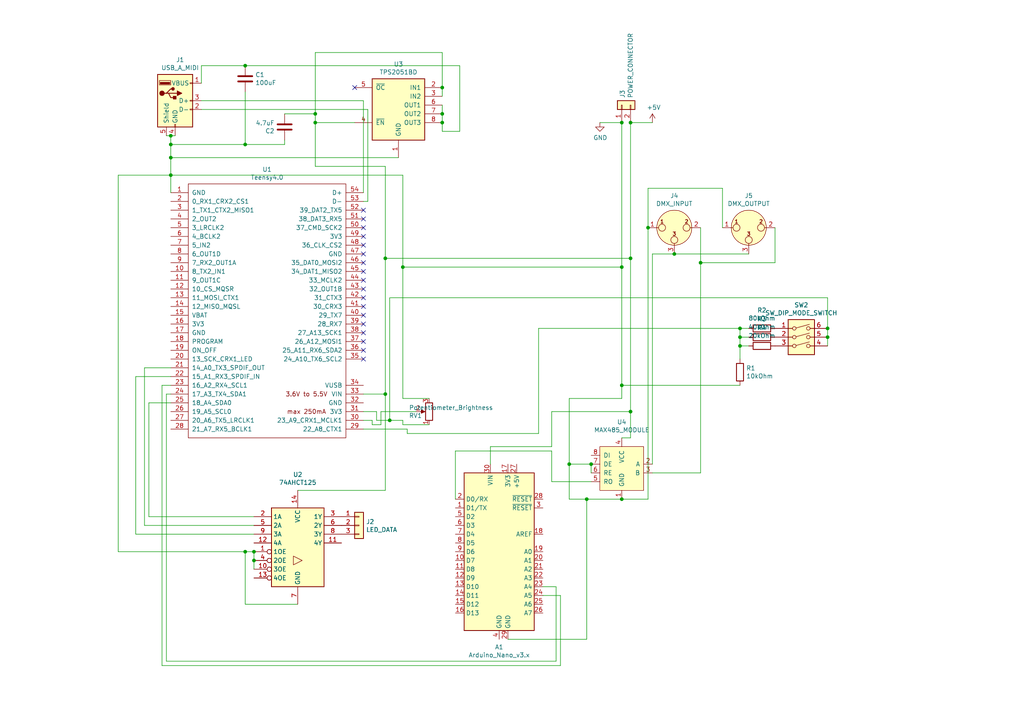
<source format=kicad_sch>
(kicad_sch (version 20230121) (generator eeschema)
  (paper "A4")
  (lib_symbols
    (symbol "Connector:USB_A" (pin_names (offset 1.016))
      (property "Reference" "J" (at -5.08 11.43 0))
      (property "Value" "USB_A" (at -5.08 8.89 0))
      (symbol "USB_A_0_1"
        (rectangle (start -5.08 -7.62) (end 5.08 7.62) (stroke (width 0.254)) (fill (type background)))
        (circle (center -3.81 2.159) (radius 0.635) (stroke (width 0.254)) (fill (type outline)))
        (rectangle (start -1.524 4.826) (end -4.318 5.334) (fill (type outline)))
        (rectangle (start -1.27 4.572) (end -4.572 5.842))
        (circle (center -0.635 3.429) (radius 0.381) (stroke (width 0.254)) (fill (type outline)))
        (rectangle (start -0.127 -7.62) (end 0.127 -6.858))
        (polyline (pts (xy -3.175 2.159) (xy -2.54 2.159) (xy -1.27 3.429) (xy -0.635 3.429)) (stroke (width 0.254)))
        (polyline (pts (xy -2.54 2.159) (xy -1.905 2.159) (xy -1.27 0.889) (xy 0 0.889)) (stroke (width 0.254)))
        (polyline (pts (xy 0.635 2.794) (xy 0.635 1.524) (xy 1.905 2.159) (xy 0.635 2.794)) (stroke (width 0.254)) (fill (type outline)))
        (rectangle (start 0.254 1.27) (end -0.508 0.508) (stroke (width 0.254)) (fill (type outline)))
        (rectangle (start 5.08 -2.667) (end 4.318 -2.413))
        (rectangle (start 5.08 -0.127) (end 4.318 0.127))
        (rectangle (start 5.08 4.953) (end 4.318 5.207))
      )
      (symbol "USB_A_1_1"
        (polyline (pts (xy -1.905 2.159) (xy 0.635 2.159)) (stroke (width 0.254)))
        (pin power_in line (at 7.62 5.08 180) (length 2.54) (name "VBUS") (number "1"))
        (pin bidirectional line (at 7.62 -2.54 180) (length 2.54) (name "D-") (number "2"))
        (pin bidirectional line (at 7.62 0 180) (length 2.54) (name "D+") (number "3"))
        (pin power_in line (at 0 -10.16 90) (length 2.54) (name "GND") (number "4"))
        (pin passive line (at -2.54 -10.16 90) (length 2.54) (name "Shield") (number "5"))
      )
    )
    (symbol "Connector_Generic:Conn_01x02" (pin_names (offset 1.016) hide)
      (property "Reference" "J" (at 0 2.54 0))
      (property "Value" "Conn_01x02" (at 0 -5.08 0))
      (symbol "Conn_01x02_1_1"
        (rectangle (start -1.27 -2.413) (end 0 -2.667) (stroke (width 0.1524)))
        (rectangle (start -1.27 0.127) (end 0 -0.127) (stroke (width 0.1524)))
        (rectangle (start -1.27 1.27) (end 1.27 -3.81) (stroke (width 0.254)) (fill (type background)))
        (pin passive line (at -5.08 0 0) (length 3.81) (name "Pin_1") (number "1"))
        (pin passive line (at -5.08 -2.54 0) (length 3.81) (name "Pin_2") (number "2"))
      )
    )
    (symbol "Connector_Generic:Conn_01x03" (pin_names (offset 1.016) hide)
      (property "Reference" "J" (at 0 5.08 0))
      (property "Value" "Conn_01x03" (at 0 -5.08 0))
      (symbol "Conn_01x03_1_1"
        (rectangle (start -1.27 -2.413) (end 0 -2.667) (stroke (width 0.1524)))
        (rectangle (start -1.27 0.127) (end 0 -0.127) (stroke (width 0.1524)))
        (rectangle (start -1.27 2.667) (end 0 2.413) (stroke (width 0.1524)))
        (rectangle (start -1.27 3.81) (end 1.27 -3.81) (stroke (width 0.254)) (fill (type background)))
        (pin passive line (at -5.08 2.54 0) (length 3.81) (name "Pin_1") (number "1"))
        (pin passive line (at -5.08 0 0) (length 3.81) (name "Pin_2") (number "2"))
        (pin passive line (at -5.08 -2.54 0) (length 3.81) (name "Pin_3") (number "3"))
      )
    )
    (symbol "Device:C" (pin_numbers hide) (pin_names (offset 0.254))
      (property "Reference" "C" (at 0.635 2.54 0))
      (property "Value" "C" (at 0.635 -2.54 0))
      (symbol "C_0_1"
        (polyline (pts (xy -2.032 -0.762) (xy 2.032 -0.762)) (stroke (width 0.508)))
        (polyline (pts (xy -2.032 0.762) (xy 2.032 0.762)) (stroke (width 0.508)))
      )
      (symbol "C_1_1"
        (pin passive line (at 0 3.81 270) (length 2.794) (name "~") (number "1"))
        (pin passive line (at 0 -3.81 90) (length 2.794) (name "~") (number "2"))
      )
    )
    (symbol "Device:R" (pin_numbers hide) (pin_names (offset 0))
      (property "Reference" "R" (at 2.032 0 90))
      (property "Value" "R" (at 0 0 90))
      (symbol "R_0_1"
        (rectangle (start -1.016 -2.54) (end 1.016 2.54) (stroke (width 0.254)))
      )
      (symbol "R_1_1"
        (pin passive line (at 0 3.81 270) (length 1.27) (name "~") (number "1"))
        (pin passive line (at 0 -3.81 90) (length 1.27) (name "~") (number "2"))
      )
    )
    (symbol "MCU_Module:Arduino_Nano_v3.x"
      (property "Reference" "A" (at -10.16 23.495 0))
      (property "Value" "Arduino_Nano_v3.x" (at 5.08 -24.13 0))
      (symbol "Arduino_Nano_v3.x_0_1"
        (rectangle (start -10.16 22.86) (end 10.16 -22.86) (stroke (width 0.254)) (fill (type background)))
      )
      (symbol "Arduino_Nano_v3.x_1_1"
        (pin bidirectional line (at -12.7 12.7 0) (length 2.54) (name "D1/TX") (number "1"))
        (pin bidirectional line (at -12.7 -2.54 0) (length 2.54) (name "D7") (number "10"))
        (pin bidirectional line (at -12.7 -5.08 0) (length 2.54) (name "D8") (number "11"))
        (pin bidirectional line (at -12.7 -7.62 0) (length 2.54) (name "D9") (number "12"))
        (pin bidirectional line (at -12.7 -10.16 0) (length 2.54) (name "D10") (number "13"))
        (pin bidirectional line (at -12.7 -12.7 0) (length 2.54) (name "D11") (number "14"))
        (pin bidirectional line (at -12.7 -15.24 0) (length 2.54) (name "D12") (number "15"))
        (pin bidirectional line (at -12.7 -17.78 0) (length 2.54) (name "D13") (number "16"))
        (pin power_out line (at 2.54 25.4 270) (length 2.54) (name "3V3") (number "17"))
        (pin input line (at 12.7 5.08 180) (length 2.54) (name "AREF") (number "18"))
        (pin bidirectional line (at 12.7 0 180) (length 2.54) (name "A0") (number "19"))
        (pin bidirectional line (at -12.7 15.24 0) (length 2.54) (name "D0/RX") (number "2"))
        (pin bidirectional line (at 12.7 -2.54 180) (length 2.54) (name "A1") (number "20"))
        (pin bidirectional line (at 12.7 -5.08 180) (length 2.54) (name "A2") (number "21"))
        (pin bidirectional line (at 12.7 -7.62 180) (length 2.54) (name "A3") (number "22"))
        (pin bidirectional line (at 12.7 -10.16 180) (length 2.54) (name "A4") (number "23"))
        (pin bidirectional line (at 12.7 -12.7 180) (length 2.54) (name "A5") (number "24"))
        (pin bidirectional line (at 12.7 -15.24 180) (length 2.54) (name "A6") (number "25"))
        (pin bidirectional line (at 12.7 -17.78 180) (length 2.54) (name "A7") (number "26"))
        (pin power_out line (at 5.08 25.4 270) (length 2.54) (name "+5V") (number "27"))
        (pin input line (at 12.7 15.24 180) (length 2.54) (name "~{RESET}") (number "28"))
        (pin power_in line (at 2.54 -25.4 90) (length 2.54) (name "GND") (number "29"))
        (pin input line (at 12.7 12.7 180) (length 2.54) (name "~{RESET}") (number "3"))
        (pin power_in line (at -2.54 25.4 270) (length 2.54) (name "VIN") (number "30"))
        (pin power_in line (at 0 -25.4 90) (length 2.54) (name "GND") (number "4"))
        (pin bidirectional line (at -12.7 10.16 0) (length 2.54) (name "D2") (number "5"))
        (pin bidirectional line (at -12.7 7.62 0) (length 2.54) (name "D3") (number "6"))
        (pin bidirectional line (at -12.7 5.08 0) (length 2.54) (name "D4") (number "7"))
        (pin bidirectional line (at -12.7 2.54 0) (length 2.54) (name "D5") (number "8"))
        (pin bidirectional line (at -12.7 0 0) (length 2.54) (name "D6") (number "9"))
      )
    )
    (symbol "Switch:SW_DIP_x03" (pin_names (offset 0) hide)
      (property "Reference" "SW" (at 0 8.89 0))
      (property "Value" "SW_DIP_x03" (at 0 -3.81 0))
      (symbol "SW_DIP_x03_0_0"
        (circle (center -2.032 0) (radius 0.508))
        (circle (center -2.032 2.54) (radius 0.508))
        (circle (center -2.032 5.08) (radius 0.508))
        (polyline (pts (xy -1.524 0.127) (xy 2.3622 1.1684)))
        (polyline (pts (xy -1.524 2.667) (xy 2.3622 3.7084)))
        (polyline (pts (xy -1.524 5.207) (xy 2.3622 6.2484)))
        (circle (center 2.032 0) (radius 0.508))
        (circle (center 2.032 2.54) (radius 0.508))
        (circle (center 2.032 5.08) (radius 0.508))
      )
      (symbol "SW_DIP_x03_0_1"
        (rectangle (start -3.81 7.62) (end 3.81 -2.54) (stroke (width 0.254)) (fill (type background)))
      )
      (symbol "SW_DIP_x03_1_1"
        (pin passive line (at -7.62 5.08 0) (length 5.08) (name "~") (number "1"))
        (pin passive line (at -7.62 2.54 0) (length 5.08) (name "~") (number "2"))
        (pin passive line (at -7.62 0 0) (length 5.08) (name "~") (number "3"))
        (pin passive line (at 7.62 0 180) (length 5.08) (name "~") (number "4"))
        (pin passive line (at 7.62 2.54 180) (length 5.08) (name "~") (number "5"))
        (pin passive line (at 7.62 5.08 180) (length 5.08) (name "~") (number "6"))
      )
    )
    (symbol "kicad-rescue:74AHCT125-local"
      (property "Reference" "U" (at -7.62 16.51 0))
      (property "Value" "local_74AHCT125" (at -7.62 -8.89 0))
      (symbol "74AHCT125-local_1_0"
        (polyline (pts (xy 1.27 0) (xy -1.27 1.27) (xy -1.27 -1.27) (xy 1.27 0)) (stroke (width 0.1524)))
        (pin input inverted (at -12.7 2.54 0) (length 5.08) (name "1OE") (number "1"))
        (pin tri_state line (at 12.7 5.08 180) (length 5.08) (name "4Y") (number "11"))
        (pin input line (at -12.7 5.08 0) (length 5.08) (name "4A") (number "12"))
        (pin power_in line (at 0 20.32 270) (length 5.08) (name "VCC") (number "14"))
        (pin input line (at -12.7 12.7 0) (length 5.08) (name "1A") (number "2"))
        (pin tri_state line (at 12.7 12.7 180) (length 5.08) (name "1Y") (number "3"))
        (pin input inverted (at -12.7 0 0) (length 5.08) (name "2OE") (number "4"))
        (pin input line (at -12.7 10.16 0) (length 5.08) (name "2A") (number "5"))
        (pin tri_state line (at 12.7 10.16 180) (length 5.08) (name "2Y") (number "6"))
        (pin power_in line (at 0 -12.7 90) (length 5.08) (name "GND") (number "7"))
        (pin tri_state line (at 12.7 7.62 180) (length 5.08) (name "3Y") (number "8"))
        (pin input line (at -12.7 7.62 0) (length 5.08) (name "3A") (number "9"))
      )
      (symbol "74AHCT125-local_1_1"
        (rectangle (start -7.62 15.24) (end 7.62 -7.62) (stroke (width 0.254)) (fill (type background)))
        (pin input inverted (at -12.7 -2.54 0) (length 5.08) (name "3OE") (number "10"))
        (pin input inverted (at -12.7 -5.08 0) (length 5.08) (name "4OE") (number "13"))
      )
    )
    (symbol "kicad-rescue:MAX485_MODULE-local" (pin_names (offset 1.016))
      (property "Reference" "U" (at -6.35 7.62 0))
      (property "Value" "local_MAX485_MODULE" (at -10.16 -7.62 0))
      (symbol "MAX485_MODULE-local_0_1"
        (rectangle (start 6.35 -6.35) (end -6.35 6.35) (fill (type background)))
      )
      (symbol "MAX485_MODULE-local_1_1"
        (pin input line (at 0 -8.89 90) (length 2.54) (name "GND") (number "1"))
        (pin bidirectional line (at 8.89 1.27 180) (length 2.54) (name "A") (number "2"))
        (pin bidirectional line (at 8.89 -1.27 180) (length 2.54) (name "B") (number "3"))
        (pin power_in line (at 0 8.89 270) (length 2.54) (name "VCC") (number "4"))
        (pin output line (at -8.89 -3.81 0) (length 2.54) (name "RO") (number "5"))
        (pin input line (at -8.89 -1.27 0) (length 2.54) (name "RE") (number "6"))
        (pin input line (at -8.89 1.27 0) (length 2.54) (name "DE") (number "7"))
        (pin input line (at -8.89 3.81 0) (length 2.54) (name "DI") (number "8"))
      )
    )
    (symbol "kicad-rescue:R_POT-Device" (pin_names (offset 1.016) hide)
      (property "Reference" "RV" (at -4.445 0 90))
      (property "Value" "Device_R_POT" (at -2.54 0 90))
      (symbol "R_POT-Device_0_1"
        (polyline (pts (xy 2.54 0) (xy 1.524 0)))
        (polyline (pts (xy 1.143 0) (xy 2.286 0.508) (xy 2.286 -0.508) (xy 1.143 0)) (fill (type outline)))
        (rectangle (start 1.016 2.54) (end -1.016 -2.54) (stroke (width 0.254)))
      )
      (symbol "R_POT-Device_1_1"
        (pin passive line (at 0 3.81 270) (length 1.27) (name "1") (number "1"))
        (pin passive line (at 3.81 0 180) (length 1.27) (name "2") (number "2"))
        (pin passive line (at 0 -3.81 90) (length 1.27) (name "3") (number "3"))
      )
    )
    (symbol "kicad-rescue:TPS2055A-local" (pin_names (offset 1.016))
      (property "Reference" "U" (at 0 10.795 0))
      (property "Value" "local_TPS2055A" (at 0 8.89 0))
      (symbol "TPS2055A-local_0_1"
        (rectangle (start -7.62 7.62) (end 7.62 -10.16) (stroke (width 0.254)) (fill (type background)))
      )
      (symbol "TPS2055A-local_1_1"
        (pin power_in line (at 0 -15.24 90) (length 5.08) (name "GND") (number "1"))
        (pin passive line (at 12.7 5.08 180) (length 5.08) (name "IN1") (number "2"))
        (pin passive line (at 12.7 2.54 180) (length 5.08) (name "IN2") (number "3"))
        (pin input line (at -12.7 -5.08 0) (length 5.08) (name "~{EN}") (number "4"))
        (pin open_collector line (at -12.7 5.08 0) (length 5.08) (name "~{OC}") (number "5"))
        (pin passive line (at 12.7 0 180) (length 5.08) (name "OUT1") (number "6"))
        (pin passive line (at 12.7 -2.54 180) (length 5.08) (name "OUT2") (number "7"))
        (pin passive line (at 12.7 -5.08 180) (length 5.08) (name "OUT3") (number "8"))
      )
    )
    (symbol "kicad-rescue:Teensy4.0-teensy" (pin_names (offset 1.016))
      (property "Reference" "U" (at 0 39.37 0))
      (property "Value" "teensy_Teensy4.0" (at 0 -39.37 0))
      (symbol "Teensy4.0-teensy_0_0"
        (text "3.6V to 5.5V" (at 11.43 -24.13 0) (effects (font (size 1.27 1.27))))
        (text "max 250mA" (at 11.43 -29.21 0) (effects (font (size 1.27 1.27))))
        (pin bidirectional line (at -27.94 11.43 0) (length 5.08) (name "8_TX2_IN1") (number "10"))
        (pin bidirectional line (at -27.94 8.89 0) (length 5.08) (name "9_OUT1C") (number "11"))
        (pin bidirectional line (at -27.94 6.35 0) (length 5.08) (name "10_CS_MQSR") (number "12"))
        (pin bidirectional line (at -27.94 3.81 0) (length 5.08) (name "11_MOSI_CTX1") (number "13"))
        (pin bidirectional line (at -27.94 1.27 0) (length 5.08) (name "12_MISO_MQSL") (number "14"))
        (pin power_in line (at -27.94 -1.27 0) (length 5.08) (name "VBAT") (number "15"))
        (pin power_in line (at -27.94 -3.81 0) (length 5.08) (name "3V3") (number "16"))
        (pin power_in line (at -27.94 -6.35 0) (length 5.08) (name "GND") (number "17"))
        (pin input line (at -27.94 -8.89 0) (length 5.08) (name "PROGRAM") (number "18"))
        (pin input line (at -27.94 -11.43 0) (length 5.08) (name "ON_OFF") (number "19"))
        (pin bidirectional line (at -27.94 -13.97 0) (length 5.08) (name "13_SCK_CRX1_LED") (number "20"))
        (pin bidirectional line (at -27.94 -16.51 0) (length 5.08) (name "14_A0_TX3_SPDIF_OUT") (number "21"))
        (pin bidirectional line (at -27.94 -19.05 0) (length 5.08) (name "15_A1_RX3_SPDIF_IN") (number "22"))
        (pin bidirectional line (at -27.94 -21.59 0) (length 5.08) (name "16_A2_RX4_SCL1") (number "23"))
        (pin bidirectional line (at -27.94 -24.13 0) (length 5.08) (name "17_A3_TX4_SDA1") (number "24"))
        (pin bidirectional line (at -27.94 -26.67 0) (length 5.08) (name "18_A4_SDA0") (number "25"))
        (pin bidirectional line (at -27.94 -29.21 0) (length 5.08) (name "19_A5_SCL0") (number "26"))
        (pin bidirectional line (at -27.94 -31.75 0) (length 5.08) (name "20_A6_TX5_LRCLK1") (number "27"))
        (pin bidirectional line (at -27.94 -34.29 0) (length 5.08) (name "21_A7_RX5_BCLK1") (number "28"))
        (pin bidirectional line (at 27.94 -34.29 180) (length 5.08) (name "22_A8_CTX1") (number "29"))
        (pin bidirectional line (at 27.94 -31.75 180) (length 5.08) (name "23_A9_CRX1_MCLK1") (number "30"))
        (pin power_out line (at 27.94 -29.21 180) (length 5.08) (name "3V3") (number "31"))
        (pin power_in line (at 27.94 -26.67 180) (length 5.08) (name "GND") (number "32"))
        (pin power_in line (at 27.94 -24.13 180) (length 5.08) (name "VIN") (number "33"))
        (pin power_out line (at 27.94 -21.59 180) (length 5.08) (name "VUSB") (number "34"))
        (pin bidirectional line (at 27.94 -13.97 180) (length 5.08) (name "24_A10_TX6_SCL2") (number "35"))
        (pin bidirectional line (at 27.94 -11.43 180) (length 5.08) (name "25_A11_RX6_SDA2") (number "36"))
        (pin bidirectional line (at 27.94 -8.89 180) (length 5.08) (name "26_A12_MOSI1") (number "37"))
        (pin bidirectional line (at 27.94 -6.35 180) (length 5.08) (name "27_A13_SCK1") (number "38"))
        (pin bidirectional line (at 27.94 -3.81 180) (length 5.08) (name "28_RX7") (number "39"))
        (pin bidirectional line (at 27.94 -1.27 180) (length 5.08) (name "29_TX7") (number "40"))
        (pin bidirectional line (at 27.94 1.27 180) (length 5.08) (name "30_CRX3") (number "41"))
        (pin bidirectional line (at 27.94 3.81 180) (length 5.08) (name "31_CTX3") (number "42"))
        (pin bidirectional line (at 27.94 6.35 180) (length 5.08) (name "32_OUT1B") (number "43"))
        (pin bidirectional line (at 27.94 8.89 180) (length 5.08) (name "33_MCLK2") (number "44"))
        (pin bidirectional line (at 27.94 11.43 180) (length 5.08) (name "34_DAT1_MISO2") (number "45"))
        (pin bidirectional line (at 27.94 13.97 180) (length 5.08) (name "35_DAT0_MOSI2") (number "46"))
        (pin power_out line (at 27.94 16.51 180) (length 5.08) (name "GND") (number "47"))
        (pin bidirectional line (at 27.94 19.05 180) (length 5.08) (name "36_CLK_CS2") (number "48"))
        (pin power_out line (at 27.94 21.59 180) (length 5.08) (name "3V3") (number "49"))
        (pin bidirectional line (at -27.94 24.13 0) (length 5.08) (name "3_LRCLK2") (number "5"))
        (pin bidirectional line (at 27.94 24.13 180) (length 5.08) (name "37_CMD_SCK2") (number "50"))
        (pin bidirectional line (at 27.94 26.67 180) (length 5.08) (name "38_DAT3_RX5") (number "51"))
        (pin bidirectional line (at 27.94 29.21 180) (length 5.08) (name "39_DAT2_TX5") (number "52"))
        (pin bidirectional line (at 27.94 31.75 180) (length 5.08) (name "D-") (number "53"))
        (pin bidirectional line (at 27.94 34.29 180) (length 5.08) (name "D+") (number "54"))
        (pin bidirectional line (at -27.94 21.59 0) (length 5.08) (name "4_BCLK2") (number "6"))
        (pin bidirectional line (at -27.94 19.05 0) (length 5.08) (name "5_IN2") (number "7"))
        (pin bidirectional line (at -27.94 16.51 0) (length 5.08) (name "6_OUT1D") (number "8"))
        (pin bidirectional line (at -27.94 13.97 0) (length 5.08) (name "7_RX2_OUT1A") (number "9"))
      )
      (symbol "Teensy4.0-teensy_0_1"
        (rectangle (start -22.86 36.83) (end 22.86 -36.83))
        (rectangle (start -20.32 -31.75) (end -20.32 -31.75))
      )
      (symbol "Teensy4.0-teensy_1_1"
        (pin power_in line (at -27.94 34.29 0) (length 5.08) (name "GND") (number "1"))
        (pin bidirectional line (at -27.94 31.75 0) (length 5.08) (name "0_RX1_CRX2_CS1") (number "2"))
        (pin bidirectional line (at -27.94 29.21 0) (length 5.08) (name "1_TX1_CTX2_MISO1") (number "3"))
        (pin bidirectional line (at -27.94 26.67 0) (length 5.08) (name "2_OUT2") (number "4"))
      )
    )
    (symbol "kicad-rescue:XLR3-Connector" (pin_names hide)
      (property "Reference" "J" (at 0 8.89 0))
      (property "Value" "Connector_XLR3" (at 0 6.35 0))
      (symbol "XLR3-Connector_0_1"
        (circle (center -3.556 0) (radius 1.016))
        (circle (center 0 -3.556) (radius 1.016))
        (polyline (pts (xy -5.08 0) (xy -4.572 0)))
        (polyline (pts (xy 0 -5.08) (xy 0 -4.572)))
        (polyline (pts (xy 5.08 0) (xy 4.572 0)))
        (circle (center 0 0) (radius 5.08) (fill (type background)))
        (circle (center 3.556 0) (radius 1.016))
        (text "1" (at -3.556 1.778 0) (effects (font (size 1.016 1.016) bold)))
        (text "2" (at 3.556 1.778 0) (effects (font (size 1.016 1.016) bold)))
        (text "3" (at 0 -1.778 0) (effects (font (size 1.016 1.016) bold)))
        (pin passive line (at -7.62 0 0) (length 2.54) (name "~") (number "1"))
        (pin passive line (at 7.62 0 180) (length 2.54) (name "~") (number "2"))
        (pin passive line (at 0 -7.62 90) (length 2.54) (name "~") (number "3"))
      )
    )
    (symbol "power:+5V" (power) (pin_names (offset 0))
      (property "Value" "+5V" (at 0 3.556 0))
      (symbol "+5V_0_1"
        (polyline (pts (xy -0.762 1.27) (xy 0 2.54)))
        (polyline (pts (xy 0 0) (xy 0 2.54)))
        (polyline (pts (xy 0 2.54) (xy 0.762 1.27)))
      )
      (symbol "+5V_1_1"
        (pin power_in line (at 0 0 90) (length 0) hide (name "+5V") (number "1"))
      )
    )
    (symbol "power:GND" (power) (pin_names (offset 0))
      (property "Value" "GND" (at 0 -3.81 0))
      (symbol "GND_0_1"
        (polyline (pts (xy 0 0) (xy 0 -1.27) (xy 1.27 -1.27) (xy 0 -2.54) (xy -1.27 -1.27) (xy 0 -1.27)))
      )
      (symbol "GND_1_1"
        (pin power_in line (at 0 0 270) (length 0) hide (name "GND") (number "1"))
      )
    )
  )
  (junction (at 128.27 33.02))
  (junction (at 180.34 144.78))
  (junction (at 171.45 134.62))
  (junction (at 165.1 134.62))
  (junction (at 71.12 19.05))
  (junction (at 113.03 121.92))
  (junction (at 240.03 97.79))
  (junction (at 49.53 39.37))
  (junction (at 214.63 100.33))
  (junction (at 187.96 66.04))
  (junction (at 91.44 35.56))
  (junction (at 49.53 45.72))
  (junction (at 91.44 33.02))
  (junction (at 49.53 50.8))
  (junction (at 195.58 73.66))
  (junction (at 128.27 25.4))
  (junction (at 170.18 144.78))
  (junction (at 180.34 35.56))
  (junction (at 182.88 119.38))
  (junction (at 180.34 77.47))
  (junction (at 111.76 74.93))
  (junction (at 182.88 74.93))
  (junction (at 214.63 95.25))
  (junction (at 71.12 160.02))
  (junction (at 73.66 160.02))
  (junction (at 111.76 114.3))
  (junction (at 49.53 41.91))
  (junction (at 240.03 95.25))
  (junction (at 71.12 41.91))
  (junction (at 128.27 35.56))
  (junction (at 203.2 76.2))
  (junction (at 180.34 111.76))
  (junction (at 116.84 77.47))
  (junction (at 214.63 97.79))
  (junction (at 182.88 35.56))
  (junction (at 73.66 162.56))
  (no_connect (at 105.41 88.9))
  (no_connect (at 105.41 86.36))
  (no_connect (at 105.41 91.44))
  (no_connect (at 105.41 81.28))
  (no_connect (at 105.41 104.14))
  (no_connect (at 102.87 25.4))
  (no_connect (at 105.41 83.82))
  (no_connect (at 105.41 71.12))
  (no_connect (at 105.41 66.04))
  (no_connect (at 105.41 60.96))
  (no_connect (at 105.41 76.2))
  (no_connect (at 105.41 78.74))
  (no_connect (at 105.41 101.6))
  (no_connect (at 105.41 63.5))
  (no_connect (at 105.41 93.98))
  (no_connect (at 105.41 99.06))
  (no_connect (at 105.41 96.52))
  (no_connect (at 105.41 68.58))
  (no_connect (at 105.41 73.66))
  (wire (pts (xy 71.12 160.02) (xy 34.29 160.02)))
  (wire (pts (xy 161.29 191.77) (xy 48.26 191.77)))
  (wire (pts (xy 58.42 19.05) (xy 71.12 19.05)))
  (wire (pts (xy 128.27 15.24) (xy 128.27 25.4)))
  (wire (pts (xy 187.96 66.04) (xy 187.96 144.78)))
  (wire (pts (xy 180.34 111.76) (xy 180.34 115.57)))
  (wire (pts (xy 49.53 106.68) (xy 41.91 106.68)))
  (wire (pts (xy 214.63 100.33) (xy 214.63 104.14)))
  (wire (pts (xy 109.22 121.92) (xy 113.03 121.92)))
  (wire (pts (xy 189.23 134.62) (xy 189.23 73.66)))
  (wire (pts (xy 116.84 115.57) (xy 116.84 77.47)))
  (wire (pts (xy 113.03 121.92) (xy 116.84 121.92)))
  (wire (pts (xy 116.84 77.47) (xy 116.84 50.8)))
  (wire (pts (xy 49.53 41.91) (xy 71.12 41.91)))
  (wire (pts (xy 180.34 127) (xy 182.88 127)))
  (wire (pts (xy 107.95 121.92) (xy 107.95 123.19)))
  (wire (pts (xy 39.37 154.94) (xy 73.66 154.94)))
  (wire (pts (xy 49.53 116.84) (xy 43.18 116.84)))
  (wire (pts (xy 49.53 41.91) (xy 49.53 45.72)))
  (wire (pts (xy 110.49 119.38) (xy 120.65 119.38)))
  (wire (pts (xy 58.42 19.05) (xy 58.42 24.13)))
  (wire (pts (xy 48.26 191.77) (xy 48.26 114.3)))
  (wire (pts (xy 240.03 95.25) (xy 240.03 97.79)))
  (wire (pts (xy 49.53 50.8) (xy 34.29 50.8)))
  (wire (pts (xy 91.44 35.56) (xy 91.44 33.02)))
  (wire (pts (xy 105.41 114.3) (xy 111.76 114.3)))
  (wire (pts (xy 105.41 29.21) (xy 58.42 29.21)))
  (wire (pts (xy 71.12 19.05) (xy 133.35 19.05)))
  (wire (pts (xy 217.17 73.66) (xy 195.58 73.66)))
  (wire (pts (xy 34.29 50.8) (xy 34.29 160.02)))
  (wire (pts (xy 182.88 74.93) (xy 182.88 119.38)))
  (wire (pts (xy 170.18 144.78) (xy 180.34 144.78)))
  (wire (pts (xy 91.44 48.26) (xy 91.44 35.56)))
  (wire (pts (xy 160.02 139.7) (xy 160.02 130.81)))
  (wire (pts (xy 46.99 111.76) (xy 46.99 193.04)))
  (wire (pts (xy 187.96 54.61) (xy 209.55 54.61)))
  (wire (pts (xy 171.45 139.7) (xy 160.02 139.7)))
  (wire (pts (xy 115.57 45.72) (xy 49.53 45.72)))
  (wire (pts (xy 162.56 172.72) (xy 157.48 172.72)))
  (wire (pts (xy 214.63 95.25) (xy 214.63 97.79)))
  (wire (pts (xy 157.48 170.18) (xy 161.29 170.18)))
  (wire (pts (xy 71.12 175.26) (xy 71.12 160.02)))
  (wire (pts (xy 49.53 50.8) (xy 49.53 55.88)))
  (wire (pts (xy 48.26 39.37) (xy 49.53 39.37)))
  (wire (pts (xy 128.27 25.4) (xy 128.27 27.94)))
  (wire (pts (xy 165.1 144.78) (xy 170.18 144.78)))
  (wire (pts (xy 73.66 165.1) (xy 73.66 162.56)))
  (wire (pts (xy 203.2 76.2) (xy 203.2 137.16)))
  (wire (pts (xy 46.99 193.04) (xy 162.56 193.04)))
  (wire (pts (xy 49.53 39.37) (xy 49.53 41.91)))
  (wire (pts (xy 182.88 127) (xy 182.88 119.38)))
  (wire (pts (xy 58.42 31.75) (xy 106.68 31.75)))
  (wire (pts (xy 49.53 111.76) (xy 46.99 111.76)))
  (wire (pts (xy 39.37 109.22) (xy 39.37 154.94)))
  (wire (pts (xy 86.36 175.26) (xy 71.12 175.26)))
  (wire (pts (xy 41.91 152.4) (xy 73.66 152.4)))
  (wire (pts (xy 203.2 137.16) (xy 189.23 137.16)))
  (wire (pts (xy 118.11 125.73) (xy 156.21 125.73)))
  (wire (pts (xy 217.17 97.79) (xy 214.63 97.79)))
  (wire (pts (xy 116.84 115.57) (xy 124.46 115.57)))
  (wire (pts (xy 180.34 35.56) (xy 180.34 77.47)))
  (wire (pts (xy 214.63 111.76) (xy 180.34 111.76)))
  (wire (pts (xy 180.34 77.47) (xy 180.34 111.76)))
  (wire (pts (xy 182.88 35.56) (xy 189.23 35.56)))
  (wire (pts (xy 182.88 74.93) (xy 111.76 74.93)))
  (wire (pts (xy 116.84 123.19) (xy 124.46 123.19)))
  (wire (pts (xy 187.96 66.04) (xy 187.96 54.61)))
  (wire (pts (xy 91.44 33.02) (xy 91.44 15.24)))
  (wire (pts (xy 209.55 54.61) (xy 209.55 66.04)))
  (wire (pts (xy 111.76 48.26) (xy 91.44 48.26)))
  (wire (pts (xy 111.76 74.93) (xy 111.76 114.3)))
  (wire (pts (xy 128.27 30.48) (xy 128.27 33.02)))
  (wire (pts (xy 106.68 31.75) (xy 106.68 58.42)))
  (wire (pts (xy 73.66 160.02) (xy 71.12 160.02)))
  (wire (pts (xy 43.18 116.84) (xy 43.18 149.86)))
  (wire (pts (xy 111.76 142.24) (xy 111.76 114.3)))
  (wire (pts (xy 147.32 185.42) (xy 170.18 185.42)))
  (wire (pts (xy 48.26 114.3) (xy 49.53 114.3)))
  (wire (pts (xy 180.34 115.57) (xy 165.1 115.57)))
  (wire (pts (xy 107.95 123.19) (xy 110.49 123.19)))
  (wire (pts (xy 73.66 162.56) (xy 73.66 160.02)))
  (wire (pts (xy 165.1 115.57) (xy 165.1 134.62)))
  (wire (pts (xy 91.44 33.02) (xy 82.55 33.02)))
  (wire (pts (xy 160.02 130.81) (xy 132.08 130.81)))
  (wire (pts (xy 128.27 33.02) (xy 128.27 35.56)))
  (wire (pts (xy 105.41 55.88) (xy 105.41 29.21)))
  (wire (pts (xy 43.18 149.86) (xy 73.66 149.86)))
  (wire (pts (xy 116.84 50.8) (xy 49.53 50.8)))
  (wire (pts (xy 118.11 124.46) (xy 118.11 125.73)))
  (wire (pts (xy 49.53 109.22) (xy 39.37 109.22)))
  (wire (pts (xy 105.41 121.92) (xy 107.95 121.92)))
  (wire (pts (xy 133.35 38.1) (xy 133.35 19.05)))
  (wire (pts (xy 105.41 119.38) (xy 109.22 119.38)))
  (wire (pts (xy 161.29 170.18) (xy 161.29 191.77)))
  (wire (pts (xy 71.12 41.91) (xy 82.55 41.91)))
  (wire (pts (xy 160.02 119.38) (xy 160.02 129.54)))
  (wire (pts (xy 170.18 185.42) (xy 170.18 144.78)))
  (wire (pts (xy 217.17 100.33) (xy 214.63 100.33)))
  (wire (pts (xy 173.99 35.56) (xy 180.34 35.56)))
  (wire (pts (xy 224.79 76.2) (xy 224.79 66.04)))
  (wire (pts (xy 41.91 106.68) (xy 41.91 152.4)))
  (wire (pts (xy 240.03 86.36) (xy 113.03 86.36)))
  (wire (pts (xy 116.84 121.92) (xy 116.84 123.19)))
  (wire (pts (xy 113.03 86.36) (xy 113.03 121.92)))
  (wire (pts (xy 86.36 142.24) (xy 111.76 142.24)))
  (wire (pts (xy 171.45 137.16) (xy 171.45 134.62)))
  (wire (pts (xy 214.63 97.79) (xy 214.63 100.33)))
  (wire (pts (xy 128.27 35.56) (xy 128.27 38.1)))
  (wire (pts (xy 165.1 134.62) (xy 171.45 134.62)))
  (wire (pts (xy 165.1 134.62) (xy 165.1 144.78)))
  (wire (pts (xy 71.12 26.67) (xy 71.12 41.91)))
  (wire (pts (xy 240.03 86.36) (xy 240.03 95.25)))
  (wire (pts (xy 189.23 73.66) (xy 195.58 73.66)))
  (wire (pts (xy 49.53 39.37) (xy 50.8 39.37)))
  (wire (pts (xy 203.2 66.04) (xy 203.2 76.2)))
  (wire (pts (xy 82.55 40.64) (xy 82.55 41.91)))
  (wire (pts (xy 142.24 129.54) (xy 142.24 134.62)))
  (wire (pts (xy 111.76 48.26) (xy 111.76 74.93)))
  (wire (pts (xy 128.27 38.1) (xy 133.35 38.1)))
  (wire (pts (xy 132.08 130.81) (xy 132.08 144.78)))
  (wire (pts (xy 105.41 124.46) (xy 118.11 124.46)))
  (wire (pts (xy 109.22 119.38) (xy 109.22 121.92)))
  (wire (pts (xy 116.84 77.47) (xy 180.34 77.47)))
  (wire (pts (xy 203.2 76.2) (xy 224.79 76.2)))
  (wire (pts (xy 156.21 125.73) (xy 156.21 95.25)))
  (wire (pts (xy 49.53 45.72) (xy 49.53 50.8)))
  (wire (pts (xy 240.03 97.79) (xy 240.03 100.33)))
  (wire (pts (xy 182.88 74.93) (xy 182.88 35.56)))
  (wire (pts (xy 182.88 119.38) (xy 160.02 119.38)))
  (wire (pts (xy 106.68 58.42) (xy 105.41 58.42)))
  (wire (pts (xy 110.49 123.19) (xy 110.49 119.38)))
  (wire (pts (xy 187.96 144.78) (xy 180.34 144.78)))
  (wire (pts (xy 160.02 129.54) (xy 142.24 129.54)))
  (wire (pts (xy 156.21 95.25) (xy 214.63 95.25)))
  (wire (pts (xy 162.56 193.04) (xy 162.56 172.72)))
  (wire (pts (xy 102.87 35.56) (xy 91.44 35.56)))
  (wire (pts (xy 217.17 95.25) (xy 214.63 95.25)))
  (wire (pts (xy 91.44 15.24) (xy 128.27 15.24)))
  (symbol (lib_id "kicad-rescue:Teensy4.0-teensy") (at 77.47 90.17 0) (unit 1)
    (property "Reference" "U1" (at 77.47 49.149 0))
    (property "Value" "Teensy4.0" (at 77.47 51.4604 0))
    (property "Footprint" "teensy:Teensy40_SMT" (effects hide))
  )
  (symbol (lib_id "kicad-rescue:TPS2055A-local") (at 115.57 30.48 0) (unit 1)
    (property "Reference" "U3" (at 115.57 18.6182 0))
    (property "Value" "TPS2051BD" (at 115.57 20.9296 0))
    (property "Footprint" "Package_SO:SOIC-8_3.9x4.9mm_P1.27mm" (effects hide))
    (property "Datasheet" "http://www.ti.com/lit/ds/symlink/tps2055.pdf" (effects hide))
  )
  (symbol (lib_id "kicad-rescue:R_POT-Device") (at 124.46 119.38 180) (unit 1)
    (property "Reference" "RV1" (at 118.618 120.5484 0) (effects (justify right)))
    (property "Value" "Potentiometer_Brightness" (at 118.618 118.237 0) (effects (justify right)))
    (property "Footprint" "Connector_PinHeader_2.54mm:PinHeader_1x03_P2.54mm_Vertical" (effects hide))
  )
  (symbol (lib_id "Connector:USB_A") (at 50.8 29.21 0) (unit 1)
    (property "Reference" "J1" (at 52.2478 17.3482 0))
    (property "Value" "USB_A_MIDI" (at 52.2478 19.6596 0))
    (property "Footprint" "Connector_PinHeader_2.54mm:PinHeader_1x05_P2.54mm_Vertical" (effects hide))
    (property "Datasheet" " ~" (effects hide))
  )
  (symbol (lib_id "kicad-rescue:XLR3-Connector") (at 195.58 66.04 0) (unit 1)
    (property "Reference" "J4" (at 195.58 56.769 0))
    (property "Value" "DMX_INPUT" (at 195.58 59.0804 0))
    (property "Footprint" "Connector_PinHeader_2.54mm:PinHeader_1x03_P2.54mm_Vertical" (effects hide))
    (property "Datasheet" " ~" (effects hide))
  )
  (symbol (lib_id "kicad-rescue:XLR3-Connector") (at 217.17 66.04 0) (unit 1)
    (property "Reference" "J5" (at 217.17 56.769 0))
    (property "Value" "DMX_OUTPUT" (at 217.17 59.0804 0))
    (property "Footprint" "Connector_PinHeader_2.54mm:PinHeader_1x03_P2.54mm_Vertical" (effects hide))
    (property "Datasheet" " ~" (effects hide))
  )
  (symbol (lib_id "Connector_Generic:Conn_01x03") (at 104.14 152.4 0) (unit 1)
    (property "Reference" "J2" (at 106.172 151.3332 0) (effects (justify left)))
    (property "Value" "LED_DATA" (at 106.172 153.6446 0) (effects (justify left)))
    (property "Footprint" "Connector_PinHeader_2.54mm:PinHeader_1x03_P2.54mm_Vertical" (effects hide))
  )
  (symbol (lib_id "Switch:SW_DIP_x03") (at 232.41 100.33 0) (unit 1)
    (property "Reference" "SW2" (at 232.41 88.4682 0))
    (property "Value" "SW_DIP_MODE_SWITCH" (at 232.41 90.7796 0))
    (property "Footprint" "Connector_PinHeader_2.54mm:PinHeader_2x03_P2.54mm_Vertical" (effects hide))
  )
  (symbol (lib_id "Connector_Generic:Conn_01x02") (at 180.34 30.48 90) (unit 1)
    (property "Reference" "J3" (at 180.5432 28.448 0) (effects (justify left)))
    (property "Value" "POWER_CONNECTOR" (at 182.8546 28.448 0) (effects (justify left)))
    (property "Footprint" "Connector_PinHeader_2.54mm:PinHeader_1x02_P2.54mm_Vertical" (effects hide))
  )
  (symbol (lib_id "kicad-rescue:74AHCT125-local") (at 86.36 162.56 0) (unit 1)
    (property "Reference" "U2" (at 86.36 137.6426 0))
    (property "Value" "74AHCT125" (at 86.36 139.954 0))
    (property "Footprint" "Package_SO:SOIC-14_3.9x8.7mm_P1.27mm" (effects hide))
    (property "Datasheet" "https://assets.nexperia.com/documents/data-sheet/74HC_HCT244.pdf" (effects hide))
  )
  (symbol (lib_id "MCU_Module:Arduino_Nano_v3.x") (at 144.78 160.02 0) (unit 1)
    (property "Reference" "A1" (at 144.78 187.6806 0))
    (property "Value" "Arduino_Nano_v3.x" (at 144.78 189.992 0))
    (property "Footprint" "Module:Arduino_Nano" (effects hide))
    (property "Datasheet" "http://www.mouser.com/pdfdocs/Gravitech_Arduino_Nano3_0.pdf" (effects hide))
  )
  (symbol (lib_id "kicad-rescue:MAX485_MODULE-local") (at 180.34 135.89 0) (unit 1)
    (property "Reference" "U4" (at 180.34 122.4026 0))
    (property "Value" "MAX485_MODULE" (at 180.34 124.714 0))
    (property "Footprint" "local:DIP-8_MAX485_MODULE" (effects hide))
  )
  (symbol (lib_id "power:+5V") (at 189.23 35.56 0) (unit 1)
    (property "Reference" "#PWR0101" (effects hide))
    (property "Value" "+5V" (at 189.611 31.1658 0))
  )
  (symbol (lib_id "power:GND") (at 173.99 35.56 0) (unit 1)
    (property "Reference" "#PWR0102" (effects hide))
    (property "Value" "GND" (at 174.117 39.9542 0))
  )
  (symbol (lib_id "Device:C") (at 71.12 22.86 0) (unit 1)
    (property "Reference" "C1" (at 74.041 21.6916 0) (effects (justify left)))
    (property "Value" "100uF" (at 74.041 24.003 0) (effects (justify left)))
    (property "Footprint" "Capacitor_THT:CP_Radial_D8.0mm_P3.50mm" (effects hide))
  )
  (symbol (lib_id "Device:C") (at 82.55 36.83 0) (unit 1)
    (property "Reference" "C2" (at 79.629 37.9984 0) (effects (justify right)))
    (property "Value" "4.7uF" (at 79.629 35.687 0) (effects (justify right)))
    (property "Footprint" "Capacitor_THT:CP_Radial_D5.0mm_P2.00mm" (effects hide))
  )
  (symbol (lib_id "Device:R") (at 214.63 107.95 0) (unit 1)
    (property "Reference" "R1" (at 216.408 106.7816 0) (effects (justify left)))
    (property "Value" "10kOhm" (at 216.408 109.093 0) (effects (justify left)))
    (property "Footprint" "Resistor_THT:R_Axial_DIN0207_L6.3mm_D2.5mm_P7.62mm_Horizontal" (effects hide))
  )
  (symbol (lib_id "Device:R") (at 220.98 100.33 270) (unit 1)
    (property "Reference" "R4" (at 220.98 95.0722 90))
    (property "Value" "20kOhm" (at 220.98 97.3836 90))
    (property "Footprint" "Resistor_THT:R_Axial_DIN0207_L6.3mm_D2.5mm_P7.62mm_Horizontal" (effects hide))
  )
  (symbol (lib_id "Device:R") (at 220.98 97.79 270) (unit 1)
    (property "Reference" "R3" (at 220.98 92.5322 90))
    (property "Value" "40kOhm" (at 220.98 94.8436 90))
    (property "Footprint" "Resistor_THT:R_Axial_DIN0207_L6.3mm_D2.5mm_P7.62mm_Horizontal" (effects hide))
  )
  (symbol (lib_id "Device:R") (at 220.98 95.25 270) (unit 1)
    (property "Reference" "R2" (at 220.98 89.9922 90))
    (property "Value" "80kOhm" (at 220.98 92.3036 90))
    (property "Footprint" "Resistor_THT:R_Axial_DIN0207_L6.3mm_D2.5mm_P7.62mm_Horizontal" (effects hide))
  )
)
</source>
